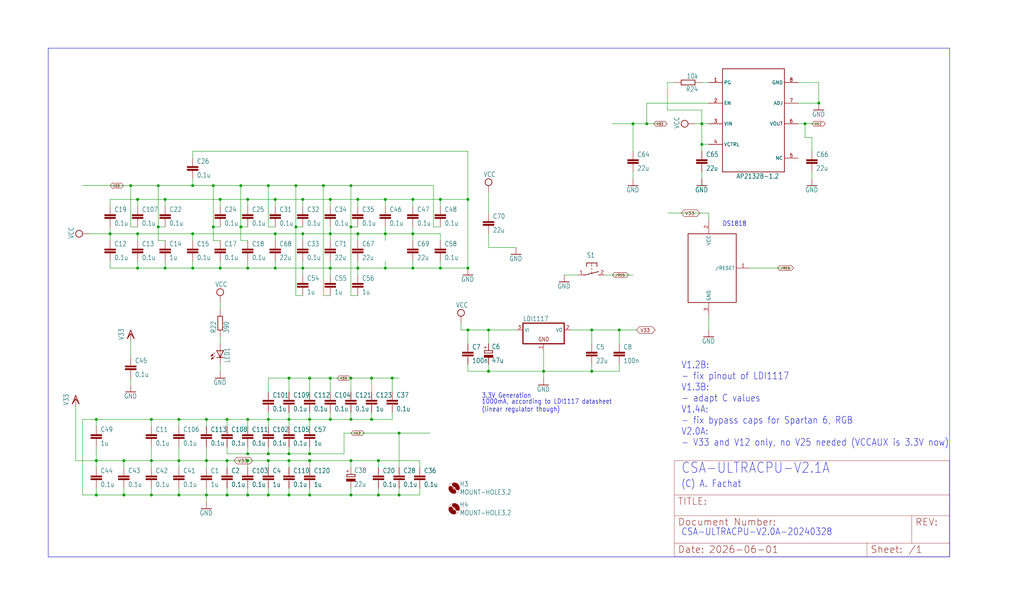
<source format=kicad_sch>
(kicad_sch (version 20231120) (generator "eeschema") (generator_version "8.0")
  (paper "User" 378.003 226.212)
  (junction (at 302.26 38.1))
  (junction (at 55.88 182.88))
  (junction (at 91.44 170.18))
  (junction (at 147.32 160.02))
  (junction (at 129.54 83.82))
  (junction (at 139.7 170.18))
  (junction (at 180.34 137.16))
  (junction (at 101.6 73.66))
  (junction (at 139.7 182.88))
  (junction (at 114.3 154.94))
  (junction (at 200.66 137.16))
  (junction (at 109.22 68.58))
  (junction (at 99.06 154.94))
  (junction (at 109.22 83.82))
  (junction (at 142.24 86.36))
  (junction (at 162.56 99.06))
  (junction (at 114.3 182.88))
  (junction (at 180.34 121.92))
  (junction (at 66.04 182.88))
  (junction (at 45.72 170.18))
  (junction (at 132.08 73.66))
  (junction (at 40.64 86.36))
  (junction (at 114.3 167.64))
  (junction (at 48.26 68.58))
  (junction (at 50.8 99.06))
  (junction (at 71.12 68.58))
  (junction (at 91.44 154.94))
  (junction (at 76.2 154.94))
  (junction (at 114.3 139.7))
  (junction (at 111.76 86.36))
  (junction (at 83.82 182.88))
  (junction (at 60.96 73.66))
  (junction (at 259.08 45.72))
  (junction (at 152.4 73.66))
  (junction (at 83.82 170.18))
  (junction (at 35.56 182.88))
  (junction (at 60.96 99.06))
  (junction (at 66.04 154.94))
  (junction (at 238.76 45.72))
  (junction (at 99.06 167.64))
  (junction (at 81.28 99.06))
  (junction (at 172.72 121.92))
  (junction (at 99.06 68.58))
  (junction (at 71.12 86.36))
  (junction (at 106.68 139.7))
  (junction (at 152.4 99.06))
  (junction (at 132.08 86.36))
  (junction (at 233.68 45.72))
  (junction (at 129.54 68.58))
  (junction (at 106.68 154.94))
  (junction (at 121.92 139.7))
  (junction (at 147.32 182.88))
  (junction (at 172.72 99.06))
  (junction (at 162.56 73.66))
  (junction (at 114.3 170.18))
  (junction (at 111.76 73.66))
  (junction (at 88.9 68.58))
  (junction (at 129.54 170.18))
  (junction (at 132.08 99.06))
  (junction (at 106.68 167.64))
  (junction (at 55.88 170.18))
  (junction (at 99.06 170.18))
  (junction (at 58.42 83.82))
  (junction (at 55.88 154.94))
  (junction (at 129.54 154.94))
  (junction (at 218.44 121.92))
  (junction (at 101.6 99.06))
  (junction (at 78.74 68.58))
  (junction (at 88.9 83.82))
  (junction (at 50.8 86.36))
  (junction (at 121.92 99.06))
  (junction (at 142.24 73.66))
  (junction (at 81.28 73.66))
  (junction (at 129.54 182.88))
  (junction (at 129.54 139.7))
  (junction (at 76.2 170.18))
  (junction (at 91.44 182.88))
  (junction (at 218.44 137.16))
  (junction (at 91.44 167.64))
  (junction (at 83.82 154.94))
  (junction (at 91.44 99.06))
  (junction (at 121.92 154.94))
  (junction (at 137.16 154.94))
  (junction (at 91.44 73.66))
  (junction (at 66.04 170.18))
  (junction (at 121.92 86.36))
  (junction (at 228.6 121.92))
  (junction (at 152.4 86.36))
  (junction (at 121.92 73.66))
  (junction (at 142.24 99.06))
  (junction (at 137.16 139.7))
  (junction (at 106.68 170.18))
  (junction (at 144.78 139.7))
  (junction (at 58.42 68.58))
  (junction (at 111.76 99.06))
  (junction (at 78.74 83.82))
  (junction (at 119.38 68.58))
  (junction (at 259.08 53.34))
  (junction (at 172.72 73.66))
  (junction (at 35.56 154.94))
  (junction (at 45.72 182.88))
  (junction (at 99.06 182.88))
  (junction (at 106.68 182.88))
  (junction (at 101.6 86.36))
  (junction (at 297.18 45.72))
  (junction (at 71.12 99.06))
  (junction (at 35.56 170.18))
  (junction (at 76.2 182.88))
  (junction (at 50.8 73.66))
  (wire (pts (xy 294.64 45.72) (xy 297.18 45.72)) (stroke (width 0.1524)))
  (wire (pts (xy 35.56 154.94) (xy 55.88 154.94)) (stroke (width 0.1524)))
  (wire (pts (xy 78.74 88.9) (xy 78.74 83.82)) (stroke (width 0.1524)))
  (wire (pts (xy 132.08 96.52) (xy 132.08 99.06)) (stroke (width 0.1524)))
  (wire (pts (xy 208.28 101.6) (xy 213.36 101.6)) (stroke (width 0.1524)))
  (wire (pts (xy 114.3 167.64) (xy 127 167.64)) (stroke (width 0.1524)))
  (wire (pts (xy 83.82 167.64) (xy 91.44 167.64)) (stroke (width 0.1524)))
  (wire (pts (xy 30.48 68.58) (xy 48.26 68.58)) (stroke (width 0.1524)))
  (wire (pts (xy 109.22 109.22) (xy 109.22 83.82)) (stroke (width 0.1524)))
  (wire (pts (xy 91.44 172.72) (xy 91.44 170.18)) (stroke (width 0.1524)))
  (wire (pts (xy 101.6 76.2) (xy 101.6 73.66)) (stroke (width 0.1524)))
  (wire (pts (xy 147.32 160.02) (xy 158.75 160.02)) (stroke (width 0.1524)))
  (wire (pts (xy 142.24 96.52) (xy 142.24 99.06)) (stroke (width 0.1524)))
  (wire (pts (xy 180.34 137.16) (xy 172.72 137.16)) (stroke (width 0.1524)))
  (wire (pts (xy 142.24 99.06) (xy 152.4 99.06)) (stroke (width 0.1524)))
  (wire (pts (xy 66.04 182.88) (xy 66.04 180.34)) (stroke (width 0.1524)))
  (wire (pts (xy 259.08 66.04) (xy 259.08 63.5)) (stroke (width 0.1524)))
  (wire (pts (xy 190.5 121.92) (xy 180.34 121.92)) (stroke (width 0.1524)))
  (wire (pts (xy 81.28 99.06) (xy 91.44 99.06)) (stroke (width 0.1524)))
  (wire (pts (xy 101.6 86.36) (xy 111.76 86.36)) (stroke (width 0.1524)))
  (wire (pts (xy 152.4 76.2) (xy 152.4 73.66)) (stroke (width 0.1524)))
  (wire (pts (xy 142.24 86.36) (xy 142.24 83.82)) (stroke (width 0.1524)))
  (wire (pts (xy 261.62 53.34) (xy 259.08 53.34)) (stroke (width 0.1524)))
  (wire (pts (xy 106.68 180.34) (xy 106.68 182.88)) (stroke (width 0.1524)))
  (wire (pts (xy 121.92 86.36) (xy 132.08 86.36)) (stroke (width 0.1524)))
  (wire (pts (xy 238.76 38.1) (xy 238.76 45.72)) (stroke (width 0.1524)))
  (wire (pts (xy 76.2 182.88) (xy 66.04 182.88)) (stroke (width 0.1524)))
  (wire (pts (xy 91.44 76.2) (xy 91.44 73.66)) (stroke (width 0.1524)))
  (wire (pts (xy 91.44 99.06) (xy 101.6 99.06)) (stroke (width 0.1524)))
  (wire (pts (xy 302.26 30.48) (xy 302.26 38.1)) (stroke (width 0.1524)))
  (wire (pts (xy 66.04 154.94) (xy 66.04 157.48)) (stroke (width 0.1524)))
  (wire (pts (xy 101.6 99.06) (xy 111.76 99.06)) (stroke (width 0.1524)))
  (wire (pts (xy 144.78 144.78) (xy 144.78 139.7)) (stroke (width 0.1524)))
  (wire (pts (xy 144.78 139.7) (xy 147.32 139.7)) (stroke (width 0.1524)))
  (wire (pts (xy 299.72 55.88) (xy 299.72 50.8)) (stroke (width 0.1524)))
  (wire (pts (xy 106.68 167.64) (xy 114.3 167.64)) (stroke (width 0.1524)))
  (wire (pts (xy 152.4 88.9) (xy 152.4 86.36)) (stroke (width 0.1524)))
  (wire (pts (xy 127 160.02) (xy 147.32 160.02)) (stroke (width 0.1524)))
  (wire (pts (xy 238.76 45.72) (xy 243.84 45.72)) (stroke (width 0.1524)))
  (wire (pts (xy 81.28 88.9) (xy 78.74 88.9)) (stroke (width 0.1524)))
  (wire (pts (xy 142.24 86.36) (xy 152.4 86.36)) (stroke (width 0.1524)))
  (wire (pts (xy 76.2 154.94) (xy 76.2 157.48)) (stroke (width 0.1524)))
  (wire (pts (xy 30.48 154.94) (xy 30.48 182.88)) (stroke (width 0.1524)))
  (wire (pts (xy 48.26 68.58) (xy 58.42 68.58)) (stroke (width 0.1524)))
  (wire (pts (xy 142.24 88.9) (xy 142.24 86.36)) (stroke (width 0.1524)))
  (wire (pts (xy 40.64 99.06) (xy 50.8 99.06)) (stroke (width 0.1524)))
  (wire (pts (xy 132.08 73.66) (xy 142.24 73.66)) (stroke (width 0.1524)))
  (wire (pts (xy 76.2 154.94) (xy 83.82 154.94)) (stroke (width 0.1524)))
  (wire (pts (xy 99.06 139.7) (xy 106.68 139.7)) (stroke (width 0.1524)))
  (wire (pts (xy 129.54 154.94) (xy 129.54 152.4)) (stroke (width 0.1524)))
  (wire (pts (xy 121.92 88.9) (xy 121.92 86.36)) (stroke (width 0.1524)))
  (wire (pts (xy 162.56 83.82) (xy 160.02 83.82)) (stroke (width 0.1524)))
  (wire (pts (xy 106.68 139.7) (xy 114.3 139.7)) (stroke (width 0.1524)))
  (wire (pts (xy 180.34 91.44) (xy 180.34 86.36)) (stroke (width 0.1524)))
  (wire (pts (xy 50.8 99.06) (xy 60.96 99.06)) (stroke (width 0.1524)))
  (wire (pts (xy 71.12 55.88) (xy 172.72 55.88)) (stroke (width 0.1524)))
  (wire (pts (xy 76.2 172.72) (xy 76.2 170.18)) (stroke (width 0.1524)))
  (wire (pts (xy 101.6 96.52) (xy 101.6 99.06)) (stroke (width 0.1524)))
  (wire (pts (xy 91.44 73.66) (xy 101.6 73.66)) (stroke (width 0.1524)))
  (wire (pts (xy 121.92 109.22) (xy 119.38 109.22)) (stroke (width 0.1524)))
  (wire (pts (xy 129.54 170.18) (xy 139.7 170.18)) (stroke (width 0.1524)))
  (wire (pts (xy 66.04 182.88) (xy 55.88 182.88)) (stroke (width 0.1524)))
  (wire (pts (xy 152.4 99.06) (xy 152.4 96.52)) (stroke (width 0.1524)))
  (wire (pts (xy 228.6 137.16) (xy 228.6 134.62)) (stroke (width 0.1524)))
  (wire (pts (xy 83.82 165.1) (xy 83.82 167.64)) (stroke (width 0.1524)))
  (wire (pts (xy 106.68 182.88) (xy 114.3 182.88)) (stroke (width 0.1524)))
  (wire (pts (xy 35.56 154.94) (xy 30.48 154.94)) (stroke (width 0.1524)))
  (wire (pts (xy 91.44 167.64) (xy 91.44 165.1)) (stroke (width 0.1524)))
  (wire (pts (xy 147.32 160.02) (xy 147.32 172.72)))
  (wire (pts (xy 228.6 127) (xy 228.6 121.92)) (stroke (width 0.1524)))
  (wire (pts (xy 246.38 78.74) (xy 261.62 78.74)) (stroke (width 0.1524)))
  (wire (pts (xy 101.6 83.82) (xy 99.06 83.82)) (stroke (width 0.1524)))
  (wire (pts (xy 294.64 30.48) (xy 302.26 30.48)) (stroke (width 0.1524)))
  (wire (pts (xy 152.4 86.36) (xy 152.4 83.82)) (stroke (width 0.1524)))
  (wire (pts (xy 137.16 154.94) (xy 144.78 154.94)) (stroke (width 0.1524)))
  (wire (pts (xy 55.88 172.72) (xy 55.88 170.18)) (stroke (width 0.1524)))
  (wire (pts (xy 121.92 86.36) (xy 121.92 83.82)) (stroke (width 0.1524)))
  (wire (pts (xy 88.9 88.9) (xy 88.9 83.82)) (stroke (width 0.1524)))
  (wire (pts (xy 71.12 86.36) (xy 71.12 88.9)) (stroke (width 0.1524)))
  (wire (pts (xy 60.96 76.2) (xy 60.96 73.66)) (stroke (width 0.1524)))
  (wire (pts (xy 99.06 154.94) (xy 99.06 157.48)) (stroke (width 0.1524)))
  (wire (pts (xy 261.62 78.74) (xy 261.62 81.28)) (stroke (width 0.1524)))
  (wire (pts (xy 261.62 121.92) (xy 261.62 116.84)) (stroke (width 0.1524)))
  (wire (pts (xy 106.68 144.78) (xy 106.68 139.7)) (stroke (width 0.1524)))
  (wire (pts (xy 45.72 170.18) (xy 45.72 172.72)) (stroke (width 0.1524)))
  (wire (pts (xy 297.18 45.72) (xy 302.26 45.72)) (stroke (width 0.1524)))
  (wire (pts (xy 99.06 167.64) (xy 106.68 167.64)) (stroke (width 0.1524)))
  (wire (pts (xy 132.08 88.9) (xy 132.08 86.36)) (stroke (width 0.1524)))
  (wire (pts (xy 210.82 121.92) (xy 218.44 121.92)) (stroke (width 0.1524)))
  (wire (pts (xy 58.42 83.82) (xy 58.42 68.58)) (stroke (width 0.1524)))
  (wire (pts (xy 172.72 137.16) (xy 172.72 134.62)) (stroke (width 0.1524)))
  (wire (pts (xy 81.28 73.66) (xy 91.44 73.66)) (stroke (width 0.1524)))
  (wire (pts (xy 40.64 96.52) (xy 40.64 99.06)) (stroke (width 0.1524)))
  (wire (pts (xy 50.8 76.2) (xy 50.8 73.66)) (stroke (width 0.1524)))
  (wire (pts (xy 40.64 86.36) (xy 40.64 83.82)) (stroke (width 0.1524)))
  (wire (pts (xy 99.06 68.58) (xy 109.22 68.58)) (stroke (width 0.1524)))
  (wire (pts (xy 200.66 137.16) (xy 200.66 139.7)) (stroke (width 0.1524)))
  (wire (pts (xy 50.8 73.66) (xy 40.64 73.66)) (stroke (width 0.1524)))
  (wire (pts (xy 180.34 134.62) (xy 180.34 137.16)) (stroke (width 0.1524)))
  (wire (pts (xy 111.76 99.06) (xy 121.92 99.06)) (stroke (width 0.1524)))
  (wire (pts (xy 71.12 99.06) (xy 81.28 99.06)) (stroke (width 0.1524)))
  (wire (pts (xy 76.2 185.42) (xy 76.2 182.88)) (stroke (width 0.1524)))
  (wire (pts (xy 99.06 170.18) (xy 106.68 170.18)) (stroke (width 0.1524)))
  (wire (pts (xy 60.96 88.9) (xy 58.42 88.9)) (stroke (width 0.1524)))
  (wire (pts (xy 106.68 154.94) (xy 114.3 154.94)) (stroke (width 0.1524)))
  (wire (pts (xy 132.08 101.6) (xy 132.08 99.06)) (stroke (width 0.1524)))
  (wire (pts (xy 66.04 170.18) (xy 66.04 172.72)) (stroke (width 0.1524)))
  (wire (pts (xy 137.16 139.7) (xy 144.78 139.7)) (stroke (width 0.1524)))
  (wire (pts (xy 91.44 182.88) (xy 83.82 182.88)) (stroke (width 0.1524)))
  (wire (pts (xy 35.56 170.18) (xy 35.56 165.1)) (stroke (width 0.1524)))
  (wire (pts (xy 172.72 127) (xy 172.72 121.92)) (stroke (width 0.1524)))
  (wire (pts (xy 121.92 73.66) (xy 132.08 73.66)) (stroke (width 0.1524)))
  (wire (pts (xy 200.66 129.54) (xy 200.66 137.16)) (stroke (width 0.1524)))
  (wire (pts (xy 71.12 96.52) (xy 71.12 99.06)) (stroke (width 0.1524)))
  (wire (pts (xy 111.76 73.66) (xy 121.92 73.66)) (stroke (width 0.1524)))
  (wire (pts (xy 91.44 167.64) (xy 99.06 167.64)) (stroke (width 0.1524)))
  (wire (pts (xy 139.7 182.88) (xy 139.7 180.34)) (stroke (width 0.1524)))
  (wire (pts (xy 190.5 91.44) (xy 180.34 91.44)) (stroke (width 0.1524)))
  (wire (pts (xy 299.72 66.04) (xy 299.72 63.5)) (stroke (width 0.1524)))
  (wire (pts (xy 81.28 137.16) (xy 81.28 134.62)) (stroke (width 0.1524)))
  (wire (pts (xy 114.3 170.18) (xy 129.54 170.18)) (stroke (width 0.1524)))
  (wire (pts (xy 147.32 182.88) (xy 147.32 180.34)) (stroke (width 0.1524)))
  (wire (pts (xy 172.72 73.66) (xy 172.72 99.06)) (stroke (width 0.1524)))
  (wire (pts (xy 132.08 99.06) (xy 142.24 99.06)) (stroke (width 0.1524)))
  (wire (pts (xy 106.68 172.72) (xy 106.68 170.18)) (stroke (width 0.1524)))
  (wire (pts (xy 129.54 139.7) (xy 137.16 139.7)) (stroke (width 0.1524)))
  (wire (pts (xy 88.9 83.82) (xy 88.9 68.58)) (stroke (width 0.1524)))
  (wire (pts (xy 259.08 53.34) (xy 259.08 45.72)) (stroke (width 0.1524)))
  (wire (pts (xy 78.74 68.58) (xy 88.9 68.58)) (stroke (width 0.1524)))
  (wire (pts (xy 50.8 86.36) (xy 71.12 86.36)) (stroke (width 0.1524)))
  (wire (pts (xy 172.72 55.88) (xy 172.72 73.66)) (stroke (width 0.1524)))
  (wire (pts (xy 91.44 83.82) (xy 88.9 83.82)) (stroke (width 0.1524)))
  (wire (pts (xy 45.72 182.88) (xy 35.56 182.88)) (stroke (width 0.1524)))
  (wire (pts (xy 55.88 165.1) (xy 55.88 170.18)) (stroke (width 0.1524)))
  (wire (pts (xy 83.82 170.18) (xy 91.44 170.18)) (stroke (width 0.1524)))
  (wire (pts (xy 144.78 154.94) (xy 144.78 152.4)) (stroke (width 0.1524)))
  (wire (pts (xy 218.44 121.92) (xy 218.44 127)) (stroke (width 0.1524)))
  (wire (pts (xy 81.28 83.82) (xy 78.74 83.82)) (stroke (width 0.1524)))
  (wire (pts (xy 33.02 86.36) (xy 40.64 86.36)) (stroke (width 0.1524)))
  (polyline (pts (xy 17.78 205.74) (xy 350.52 205.74)) (stroke (width 0.1524) (type solid)))
  (wire (pts (xy 48.26 142.24) (xy 48.26 139.7)) (stroke (width 0.1524)))
  (wire (pts (xy 299.72 50.8) (xy 297.18 50.8)) (stroke (width 0.1524)))
  (wire (pts (xy 55.88 154.94) (xy 66.04 154.94)) (stroke (width 0.1524)))
  (wire (pts (xy 114.3 165.1) (xy 114.3 167.64)) (stroke (width 0.1524)))
  (wire (pts (xy 30.48 182.88) (xy 35.56 182.88)) (stroke (width 0.1524)))
  (wire (pts (xy 276.86 99.06) (xy 292.1 99.06)) (stroke (width 0.1524)))
  (wire (pts (xy 223.52 101.6) (xy 233.68 101.6)) (stroke (width 0.1524)))
  (wire (pts (xy 106.68 165.1) (xy 106.68 167.64)) (stroke (width 0.1524)))
  (wire (pts (xy 111.76 86.36) (xy 121.92 86.36)) (stroke (width 0.1524)))
  (wire (pts (xy 50.8 96.52) (xy 50.8 99.06)) (stroke (width 0.1524)))
  (wire (pts (xy 109.22 83.82) (xy 109.22 68.58)) (stroke (width 0.1524)))
  (wire (pts (xy 27.94 170.18) (xy 27.94 149.86)) (stroke (width 0.1524)))
  (wire (pts (xy 91.44 154.94) (xy 91.44 157.48)) (stroke (width 0.1524)))
  (wire (pts (xy 91.44 170.18) (xy 99.06 170.18)) (stroke (width 0.1524)))
  (wire (pts (xy 40.64 73.66) (xy 40.64 76.2)) (stroke (width 0.1524)))
  (wire (pts (xy 114.3 144.78) (xy 114.3 139.7)) (stroke (width 0.1524)))
  (wire (pts (xy 114.3 139.7) (xy 121.92 139.7)) (stroke (width 0.1524)))
  (wire (pts (xy 154.94 170.18) (xy 154.94 172.72)) (stroke (width 0.1524)))
  (wire (pts (xy 142.24 73.66) (xy 152.4 73.66)) (stroke (width 0.1524)))
  (wire (pts (xy 50.8 73.66) (xy 60.96 73.66)) (stroke (width 0.1524)))
  (wire (pts (xy 60.96 73.66) (xy 81.28 73.66)) (stroke (width 0.1524)))
  (wire (pts (xy 132.08 109.22) (xy 129.54 109.22)) (stroke (width 0.1524)))
  (wire (pts (xy 114.3 154.94) (xy 114.3 157.48)) (stroke (width 0.1524)))
  (wire (pts (xy 35.56 172.72) (xy 35.56 170.18)) (stroke (width 0.1524)))
  (wire (pts (xy 170.18 121.92) (xy 170.18 119.38)) (stroke (width 0.1524)))
  (wire (pts (xy 226.06 45.72) (xy 233.68 45.72)) (stroke (width 0.1524)))
  (wire (pts (xy 233.68 66.04) (xy 233.68 63.5)) (stroke (width 0.1524)))
  (wire (pts (xy 35.56 157.48) (xy 35.56 154.94)) (stroke (width 0.1524)))
  (wire (pts (xy 99.06 144.78) (xy 99.06 139.7)) (stroke (width 0.1524)))
  (wire (pts (xy 172.72 121.92) (xy 170.18 121.92)) (stroke (width 0.1524)))
  (wire (pts (xy 129.54 109.22) (xy 129.54 83.82)) (stroke (width 0.1524)))
  (wire (pts (xy 162.56 76.2) (xy 162.56 73.66)) (stroke (width 0.1524)))
  (wire (pts (xy 40.64 86.36) (xy 50.8 86.36)) (stroke (width 0.1524)))
  (wire (pts (xy 152.4 86.36) (xy 162.56 86.36)) (stroke (width 0.1524)))
  (wire (pts (xy 259.08 45.72) (xy 259.08 40.64)) (stroke (width 0.1524)))
  (polyline (pts (xy 17.78 17.78) (xy 17.78 205.74)) (stroke (width 0.1524) (type solid)))
  (wire (pts (xy 48.26 125.73) (xy 48.26 127)))
  (wire (pts (xy 45.72 170.18) (xy 35.56 170.18)) (stroke (width 0.1524)))
  (wire (pts (xy 81.28 127) (xy 81.28 124.46)) (stroke (width 0.1524)))
  (wire (pts (xy 35.56 170.18) (xy 27.94 170.18)) (stroke (width 0.1524)))
  (wire (pts (xy 66.04 154.94) (xy 76.2 154.94)) (stroke (width 0.1524)))
  (wire (pts (xy 83.82 172.72) (xy 83.82 170.18)) (stroke (width 0.1524)))
  (wire (pts (xy 114.3 182.88) (xy 129.54 182.88)) (stroke (width 0.1524)))
  (wire (pts (xy 259.08 45.72) (xy 261.62 45.72)) (stroke (width 0.1524)))
  (wire (pts (xy 81.28 114.3) (xy 81.28 111.76)) (stroke (width 0.1524)))
  (wire (pts (xy 55.88 182.88) (xy 45.72 182.88)) (stroke (width 0.1524)))
  (wire (pts (xy 83.82 154.94) (xy 91.44 154.94)) (stroke (width 0.1524)))
  (wire (pts (xy 48.26 83.82) (xy 48.26 68.58)) (stroke (width 0.1524)))
  (wire (pts (xy 152.4 73.66) (xy 162.56 73.66)) (stroke (width 0.1524)))
  (wire (pts (xy 60.96 83.82) (xy 58.42 83.82)) (stroke (width 0.1524)))
  (wire (pts (xy 137.16 154.94) (xy 137.16 152.4)) (stroke (width 0.1524)))
  (wire (pts (xy 78.74 83.82) (xy 78.74 68.58)) (stroke (width 0.1524)))
  (polyline (pts (xy 350.52 205.74) (xy 350.52 17.78)) (stroke (width 0.1524) (type solid)))
  (wire (pts (xy 45.72 182.88) (xy 45.72 180.34)) (stroke (width 0.1524)))
  (wire (pts (xy 71.12 58.42) (xy 71.12 55.88)) (stroke (width 0.1524)))
  (wire (pts (xy 127 167.64) (xy 127 160.02)) (stroke (width 0.1524)))
  (wire (pts (xy 129.54 182.88) (xy 129.54 180.34)) (stroke (width 0.1524)))
  (wire (pts (xy 119.38 68.58) (xy 129.54 68.58)) (stroke (width 0.1524)))
  (wire (pts (xy 50.8 83.82) (xy 48.26 83.82)) (stroke (width 0.1524)))
  (wire (pts (xy 121.92 144.78) (xy 121.92 139.7)) (stroke (width 0.1524)))
  (wire (pts (xy 83.82 182.88) (xy 76.2 182.88)) (stroke (width 0.1524)))
  (wire (pts (xy 76.2 165.1) (xy 76.2 170.18)) (stroke (width 0.1524)))
  (polyline (pts (xy 350.52 17.78) (xy 17.78 17.78)) (stroke (width 0.1524) (type solid)))
  (wire (pts (xy 218.44 137.16) (xy 218.44 134.62)) (stroke (width 0.1524)))
  (wire (pts (xy 129.54 144.78) (xy 129.54 139.7)) (stroke (width 0.1524)))
  (wire (pts (xy 111.76 109.22) (xy 109.22 109.22)) (stroke (width 0.1524)))
  (wire (pts (xy 114.3 180.34) (xy 114.3 182.88)) (stroke (width 0.1524)))
  (wire (pts (xy 81.28 96.52) (xy 81.28 99.06)) (stroke (width 0.1524)))
  (wire (pts (xy 121.92 154.94) (xy 129.54 154.94)) (stroke (width 0.1524)))
  (wire (pts (xy 160.02 83.82) (xy 160.02 68.58)) (stroke (width 0.1524)))
  (wire (pts (xy 109.22 68.58) (xy 119.38 68.58)) (stroke (width 0.1524)))
  (wire (pts (xy 246.38 30.48) (xy 248.92 30.48)) (stroke (width 0.1524)))
  (wire (pts (xy 60.96 99.06) (xy 71.12 99.06)) (stroke (width 0.1524)))
  (wire (pts (xy 121.92 101.6) (xy 121.92 99.06)) (stroke (width 0.1524)))
  (wire (pts (xy 91.44 154.94) (xy 99.06 154.94)) (stroke (width 0.1524)))
  (wire (pts (xy 58.42 68.58) (xy 71.12 68.58)) (stroke (width 0.1524)))
  (wire (pts (xy 180.34 121.92) (xy 172.72 121.92)) (stroke (width 0.1524)))
  (wire (pts (xy 228.6 121.92) (xy 234.95 121.92)) (stroke (width 0.1524)))
  (wire (pts (xy 294.64 38.1) (xy 302.26 38.1)) (stroke (width 0.1524)))
  (wire (pts (xy 83.82 154.94) (xy 83.82 157.48)) (stroke (width 0.1524)))
  (wire (pts (xy 76.2 170.18) (xy 83.82 170.18)) (stroke (width 0.1524)))
  (wire (pts (xy 114.3 154.94) (xy 114.3 152.4)) (stroke (width 0.1524)))
  (wire (pts (xy 180.34 121.92) (xy 180.34 127)) (stroke (width 0.1524)))
  (wire (pts (xy 99.06 182.88) (xy 106.68 182.88)) (stroke (width 0.1524)))
  (wire (pts (xy 55.88 154.94) (xy 55.88 157.48)) (stroke (width 0.1524)))
  (wire (pts (xy 259.08 40.64) (xy 246.38 40.64)) (stroke (width 0.1524)))
  (wire (pts (xy 106.68 154.94) (xy 106.68 157.48)) (stroke (width 0.1524)))
  (wire (pts (xy 261.62 38.1) (xy 238.76 38.1)) (stroke (width 0.1524)))
  (wire (pts (xy 91.44 180.34) (xy 91.44 182.88)) (stroke (width 0.1524)))
  (wire (pts (xy 91.44 96.52) (xy 91.44 99.06)) (stroke (width 0.1524)))
  (wire (pts (xy 154.94 182.88) (xy 154.94 180.34)) (stroke (width 0.1524)))
  (wire (pts (xy 66.04 170.18) (xy 55.88 170.18)) (stroke (width 0.1524)))
  (wire (pts (xy 121.92 76.2) (xy 121.92 73.66)) (stroke (width 0.1524)))
  (wire (pts (xy 99.06 172.72) (xy 99.06 170.18)) (stroke (width 0.1524)))
  (wire (pts (xy 129.54 83.82) (xy 129.54 68.58)) (stroke (width 0.1524)))
  (wire (pts (xy 99.06 154.94) (xy 99.06 152.4)) (stroke (width 0.1524)))
  (wire (pts (xy 297.18 50.8) (xy 297.18 45.72)) (stroke (width 0.1524)))
  (wire (pts (xy 55.88 170.18) (xy 45.72 170.18)) (stroke (width 0.1524)))
  (wire (pts (xy 259.08 55.88) (xy 259.08 53.34)) (stroke (width 0.1524)))
  (wire (pts (xy 121.92 96.52) (xy 121.92 99.06)) (stroke (width 0.1524)))
  (wire (pts (xy 132.08 76.2) (xy 132.08 73.66)) (stroke (width 0.1524)))
  (wire (pts (xy 218.44 137.16) (xy 228.6 137.16)) (stroke (width 0.1524)))
  (wire (pts (xy 129.54 170.18) (xy 129.54 172.72)) (stroke (width 0.1524)))
  (wire (pts (xy 162.56 99.06) (xy 172.72 99.06)) (stroke (width 0.1524)))
  (wire (pts (xy 152.4 99.06) (xy 162.56 99.06)) (stroke (width 0.1524)))
  (wire (pts (xy 99.06 83.82) (xy 99.06 68.58)) (stroke (width 0.1524)))
  (wire (pts (xy 121.92 99.06) (xy 132.08 99.06)) (stroke (width 0.1524)))
  (wire (pts (xy 81.28 76.2) (xy 81.28 73.66)) (stroke (width 0.1524)))
  (wire (pts (xy 132.08 83.82) (xy 129.54 83.82)) (stroke (width 0.1524)))
  (wire (pts (xy 139.7 170.18) (xy 154.94 170.18)) (stroke (width 0.1524)))
  (wire (pts (xy 35.56 180.34) (xy 35.56 182.88)) (stroke (width 0.1524)))
  (wire (pts (xy 132.08 86.36) (xy 142.24 86.36)) (stroke (width 0.1524)))
  (wire (pts (xy 139.7 182.88) (xy 147.32 182.88)) (stroke (width 0.1524)))
  (wire (pts (xy 99.06 180.34) (xy 99.06 182.88)) (stroke (width 0.1524)))
  (wire (pts (xy 121.92 154.94) (xy 121.92 152.4)) (stroke (width 0.1524)))
  (wire (pts (xy 60.96 96.52) (xy 60.96 99.06)) (stroke (width 0.1524)))
  (wire (pts (xy 76.2 182.88) (xy 76.2 180.34)) (stroke (width 0.1524)))
  (wire (pts (xy 114.3 154.94) (xy 121.92 154.94)) (stroke (width 0.1524)))
  (wire (pts (xy 218.44 121.92) (xy 228.6 121.92)) (stroke (width 0.1524)))
  (wire (pts (xy 114.3 172.72) (xy 114.3 170.18)) (stroke (width 0.1524)))
  (wire (pts (xy 99.06 154.94) (xy 106.68 154.94)) (stroke (width 0.1524)))
  (wire (pts (xy 40.64 88.9) (xy 40.64 86.36)) (stroke (width 0.1524)))
  (wire (pts (xy 233.68 55.88) (xy 233.68 45.72)) (stroke (width 0.1524)))
  (wire (pts (xy 139.7 172.72) (xy 139.7 170.18)) (stroke (width 0.1524)))
  (wire (pts (xy 76.2 170.18) (xy 66.04 170.18)) (stroke (width 0.1524)))
  (wire (pts (xy 246.38 40.64) (xy 246.38 30.48)) (stroke (width 0.1524)))
  (wire (pts (xy 58.42 88.9) (xy 58.42 83.82)) (stroke (width 0.1524)))
  (wire (pts (xy 111.76 76.2) (xy 111.76 73.66)) (stroke (width 0.1524)))
  (wire (pts (xy 88.9 68.58) (xy 99.06 68.58)) (stroke (width 0.1524)))
  (wire (pts (xy 83.82 180.34) (xy 83.82 182.88)) (stroke (width 0.1524)))
  (wire (pts (xy 106.68 154.94) (xy 106.68 152.4)) (stroke (width 0.1524)))
  (wire (pts (xy 71.12 86.36) (xy 101.6 86.36)) (stroke (width 0.1524)))
  (wire (pts (xy 147.32 182.88) (xy 154.94 182.88)) (stroke (width 0.1524)))
  (wire (pts (xy 48.26 132.08) (xy 48.26 127)) (stroke (width 0.1524)))
  (wire (pts (xy 142.24 76.2) (xy 142.24 73.66)) (stroke (width 0.1524)))
  (wire (pts (xy 200.66 137.16) (xy 218.44 137.16)) (stroke (width 0.1524)))
  (wire (pts (xy 259.08 30.48) (xy 261.62 30.48)) (stroke (width 0.1524)))
  (wire (pts (xy 111.76 96.52) (xy 111.76 99.06)) (stroke (width 0.1524)))
  (wire (pts (xy 119.38 109.22) (xy 119.38 68.58)) (stroke (width 0.1524)))
  (wire (pts (xy 129.54 182.88) (xy 139.7 182.88)) (stroke (width 0.1524)))
  (wire (pts (xy 106.68 170.18) (xy 114.3 170.18)) (stroke (width 0.1524)))
  (wire (pts (xy 101.6 73.66) (xy 111.76 73.66)) (stroke (width 0.1524)))
  (wire (pts (xy 129.54 154.94) (xy 137.16 154.94)) (stroke (width 0.1524)))
  (wire (pts (xy 180.34 137.16) (xy 200.66 137.16)) (stroke (width 0.1524)))
  (wire (pts (xy 101.6 86.36) (xy 101.6 88.9)) (stroke (width 0.1524)))
  (wire (pts (xy 111.76 101.6) (xy 111.76 99.06)) (stroke (width 0.1524)))
  (wire (pts (xy 111.76 83.82) (xy 109.22 83.82)) (stroke (width 0.1524)))
  (wire (pts (xy 180.34 78.74) (xy 180.34 71.12)) (stroke (width 0.1524)))
  (wire (pts (xy 162.56 73.66) (xy 172.72 73.66)) (stroke (width 0.1524)))
  (wire (pts (xy 233.68 45.72) (xy 238.76 45.72)) (stroke (width 0.1524)))
  (wire (pts (xy 71.12 68.58) (xy 71.12 66.04)) (stroke (width 0.1524)))
  (wire (pts (xy 71.12 68.58) (xy 78.74 68.58)) (stroke (width 0.1524)))
  (wire (pts (xy 50.8 86.36) (xy 50.8 88.9)) (stroke (width 0.1524)))
  (wire (pts (xy 162.56 88.9) (xy 162.56 86.36)) (stroke (width 0.1524)))
  (wire (pts (xy 121.92 139.7) (xy 129.54 139.7)) (stroke (width 0.1524)))
  (wire (pts (xy 55.88 180.34) (xy 55.88 182.88)) (stroke (width 0.1524)))
  (wire (pts (xy 137.16 144.78) (xy 137.16 139.7)) (stroke (width 0.1524)))
  (wire (pts (xy 66.04 165.1) (xy 66.04 170.18)) (stroke (width 0.1524)))
  (wire (pts (xy 99.06 165.1) (xy 99.06 167.64)) (stroke (width 0.1524)))
  (wire (pts (xy 91.44 88.9) (xy 88.9 88.9)) (stroke (width 0.1524)))
  (wire (pts (xy 162.56 96.52) (xy 162.56 99.06)) (stroke (width 0.1524)))
  (wire (pts (xy 111.76 88.9) (xy 111.76 86.36)) (stroke (width 0.1524)))
  (wire (pts (xy 99.06 182.88) (xy 91.44 182.88)) (stroke (width 0.1524)))
  (wire (pts (xy 129.54 68.58) (xy 160.02 68.58)) (stroke (width 0.1524)))
  (wire (pts (xy 256.54 45.72) (xy 259.08 45.72)) (stroke (width 0.1524)))
  (text "DS1818" (at 266.7 83.82 0) (effects (font (size 1.778 1.5113)) (justify left bottom)))
  (text "(C) A. Fachat" (at 251.46 180.34 0) (effects (font (size 2.54 2.159)) (justify left bottom)))
  (text "CSA-ULTRACPU-V2.1A" (at 251.46 175.26 0) (effects (font (size 3.81 3.2385)) (justify left bottom)))
  (text "1000mA, according to LDI1117 datasheet\n(linear regulator though)" (at 177.8 152.4 0) (effects (font (size 1.778 1.5113)) (justify left bottom)))
  (text "CSA-ULTRACPU-V2.0A-20240328" (at 251.46 198.12 0) (effects (font (size 2.54 2.159)) (justify left bottom)))
  (text "3.3V Generation" (at 177.8 147.32 0) (effects (font (size 1.778 1.5113)) (justify left bottom)))
  (text "V1.2B:\n- fix pinout of LDI1117\nV1.3B:\n- adapt C values\nV1.4A:\n- fix bypass caps for Spartan 6, RGB\nV2.0A:\n- V33 and V12 only, no V25 needed (VCCAUX is 3.3V now)" (at 251.46 165.1 0) (effects (font (size 2.54 2.159)) (justify left bottom)))
  (global_label "V12" (shape bidirectional) (at 129.54 160.02 0) (effects (font (size 0.889 0.889))) (property "Intersheetrefs" "${INTERSHEET_REFS}" (effects (hide yes))))
  (global_label "V33" (shape bidirectional) (at 86.36 170.18 0) (effects (font (size 1.2446 1.2446))) (property "Intersheetrefs" "${INTERSHEET_REFS}" (effects (hide yes))))
  (global_label "V33" (shape bidirectional) (at 251.46 78.74 0) (effects (font (size 1.2446 1.2446))) (property "Intersheetrefs" "${INTERSHEET_REFS}" (effects (hide yes))))
  (global_label "V33" (shape bidirectional) (at 241.3 45.72 0) (effects (font (size 0.889 0.889))) (property "Intersheetrefs" "${INTERSHEET_REFS}" (effects (hide yes))))
  (global_label "V33" (shape bidirectional) (at 124.46 139.7 0) (effects (font (size 0.889 0.889))) (property "Intersheetrefs" "${INTERSHEET_REFS}" (effects (hide yes))))
  (global_label "/RES" (shape bidirectional) (at 226.06 101.6 0) (effects (font (size 0.889 0.889))) (property "Intersheetrefs" "${INTERSHEET_REFS}" (effects (hide yes))))
  (global_label "V33" (shape bidirectional) (at 234.95 121.92 0) (effects (font (size 1.2446 1.2446))) (property "Intersheetrefs" "${INTERSHEET_REFS}" (effects (hide yes))))
  (global_label "V12" (shape bidirectional) (at 299.72 45.72 0) (effects (font (size 0.889 0.889))) (property "Intersheetrefs" "${INTERSHEET_REFS}" (effects (hide yes))))
  (global_label "/RES" (shape bidirectional) (at 287.02 99.06 0) (effects (font (size 0.889 0.889))) (property "Intersheetrefs" "${INTERSHEET_REFS}" (effects (hide yes))))
  (global_label "V33" (shape bidirectional) (at 40.64 68.58 0) (effects (font (size 0.889 0.889))) (property "Intersheetrefs" "${INTERSHEET_REFS}" (effects (hide yes))))
  (symbol (lib_id "csa_ultracpu-eagle-import:C-EUC0603") (at 76.2 175.26 0) (unit 1)
    (property "Reference" "C1" (at 77.724 174.879 0) (effects (font (size 1.778 1.5113)) (justify left bottom)))
    (property "Value" "1u" (at 77.724 179.959 0) (effects (font (size 1.778 1.5113)) (justify left bottom)))
    (property "Footprint" "csa_ultracpu:C0603" (effects (hide yes)))
  )
  (symbol (lib_id "csa_ultracpu-eagle-import:C-EUC0603") (at 55.88 160.02 0) (unit 1)
    (property "Reference" "C11" (at 57.404 159.639 0) (effects (font (size 1.778 1.5113)) (justify left bottom)))
    (property "Value" "0.1u" (at 57.404 164.719 0) (effects (font (size 1.778 1.5113)) (justify left bottom)))
    (property "Footprint" "csa_ultracpu:C0603" (effects (hide yes)))
  )
  (symbol (lib_id "csa_ultracpu-eagle-import:C-EUC0603") (at 81.28 78.74 0) (unit 1)
    (property "Reference" "C24" (at 82.804 78.359 0) (effects (font (size 1.778 1.5113)) (justify left bottom)))
    (property "Value" "0.1u" (at 82.804 83.439 0) (effects (font (size 1.778 1.5113)) (justify left bottom)))
    (property "Footprint" "csa_ultracpu:C0603" (effects (hide yes)))
  )
  (symbol (lib_id "csa_ultracpu-eagle-import:DS1813") (at 259.08 96.52 0) (unit 1)
    (property "Reference" "DS1818" (effects (hide yes)))
    (property "Value" "DS1818" (effects (hide yes)))
    (property "Footprint" "csa_ultracpu:TO92" (effects (hide yes)))
  )
  (symbol (lib_id "csa_ultracpu-eagle-import:C-EUC0603") (at 106.68 147.32 0) (unit 1)
    (property "Reference" "C109" (at 108.204 146.939 0) (effects (font (size 1.778 1.5113)) (justify left bottom)))
    (property "Value" "0.1u" (at 108.204 152.019 0) (effects (font (size 1.778 1.5113)) (justify left bottom)))
    (property "Footprint" "csa_ultracpu:C0603" (effects (hide yes)))
  )
  (symbol (lib_id "csa_ultracpu-eagle-import:C-EUC0603") (at 147.32 175.26 0) (unit 1)
    (property "Reference" "C28" (at 148.844 174.879 0) (effects (font (size 1.778 1.5113)) (justify left bottom)))
    (property "Value" "0.1u" (at 148.844 179.959 0) (effects (font (size 1.778 1.5113)) (justify left bottom)))
    (property "Footprint" "csa_ultracpu:C0603" (effects (hide yes)))
  )
  (symbol (lib_id "csa_ultracpu-eagle-import:C-EUC0603") (at 45.72 175.26 0) (unit 1)
    (property "Reference" "C43" (at 47.244 174.879 0) (effects (font (size 1.778 1.5113)) (justify left bottom)))
    (property "Value" "0.1u" (at 47.244 179.959 0) (effects (font (size 1.778 1.5113)) (justify left bottom)))
    (property "Footprint" "csa_ultracpu:C0603" (effects (hide yes)))
  )
  (symbol (lib_id "csa_ultracpu-eagle-import:C-EUC0603") (at 91.44 78.74 0) (unit 1)
    (property "Reference" "C25" (at 92.964 78.359 0) (effects (font (size 1.778 1.5113)) (justify left bottom)))
    (property "Value" "0.1u" (at 92.964 83.439 0) (effects (font (size 1.778 1.5113)) (justify left bottom)))
    (property "Footprint" "csa_ultracpu:C0603" (effects (hide yes)))
  )
  (symbol (lib_id "csa_ultracpu-eagle-import:C-EUC0805") (at 132.08 91.44 0) (unit 1)
    (property "Reference" "C67" (at 133.604 91.059 0) (effects (font (size 1.778 1.5113)) (justify left bottom)))
    (property "Value" "22u" (at 133.604 96.139 0) (effects (font (size 1.778 1.5113)) (justify left bottom)))
    (property "Footprint" "csa_ultracpu:C0805" (effects (hide yes)))
  )
  (symbol (lib_id "csa_ultracpu-eagle-import:C-EUC0603") (at 76.2 160.02 0) (unit 1)
    (property "Reference" "C113" (at 77.724 159.639 0) (effects (font (size 1.778 1.5113)) (justify left bottom)))
    (property "Value" "0.1u" (at 77.724 164.719 0) (effects (font (size 1.778 1.5113)) (justify left bottom)))
    (property "Footprint" "csa_ultracpu:C0603" (effects (hide yes)))
  )
  (symbol (lib_id "csa_ultracpu-eagle-import:VCC") (at 81.28 109.22 0) (unit 1)
    (property "Reference" "#V021" (effects (hide yes)))
    (property "Value" "VCC" (at 79.375 106.045 0) (effects (font (size 1.778 1.5113)) (justify left bottom)))
  )
  (symbol (lib_id "csa_ultracpu-eagle-import:C-EUC0805") (at 299.72 58.42 0) (unit 1)
    (property "Reference" "C66" (at 301.244 58.039 0) (effects (font (size 1.778 1.5113)) (justify left bottom)))
    (property "Value" "22u" (at 301.244 63.119 0) (effects (font (size 1.778 1.5113)) (justify left bottom)))
    (property "Footprint" "csa_ultracpu:C0805" (effects (hide yes)))
  )
  (symbol (lib_id "csa_ultracpu-eagle-import:VDD") (at 27.94 147.32 0) (unit 1)
    (property "Reference" "#V07" (effects (hide yes)))
    (property "Value" "V33" (at 25.4 149.86 90) (effects (font (size 1.778 1.5113)) (justify left bottom)))
  )
  (symbol (lib_id "csa_ultracpu-eagle-import:GND") (at 48.26 144.78 0) (unit 1)
    (property "Reference" "#GND028" (effects (hide yes)))
    (property "Value" "GND" (at 45.72 147.32 0) (effects (font (size 1.778 1.5113)) (justify left bottom)))
  )
  (symbol (lib_id "csa_ultracpu-eagle-import:GND") (at 172.72 101.6 0) (unit 1)
    (property "Reference" "#GND025" (effects (hide yes)))
    (property "Value" "GND" (at 170.18 104.14 0) (effects (font (size 1.778 1.5113)) (justify left bottom)))
  )
  (symbol (lib_id "csa_ultracpu-eagle-import:C-EUC0603") (at 162.56 91.44 0) (unit 1)
    (property "Reference" "C58" (at 164.084 91.059 0) (effects (font (size 1.778 1.5113)) (justify left bottom)))
    (property "Value" "0.1u" (at 164.084 96.139 0) (effects (font (size 1.778 1.5113)) (justify left bottom)))
    (property "Footprint" "csa_ultracpu:C0603" (effects (hide yes)))
  )
  (symbol (lib_id "csa_ultracpu-eagle-import:MOUNT-HOLE3.2") (at 167.64 187.96 0) (unit 1)
    (property "Reference" "H4" (at 169.672 187.3758 0) (effects (font (size 1.778 1.5113)) (justify left bottom)))
    (property "Value" "MOUNT-HOLE3.2" (at 169.672 190.4238 0) (effects (font (size 1.778 1.5113)) (justify left bottom)))
    (property "Footprint" "csa_ultracpu:3,2" (effects (hide yes)))
  )
  (symbol (lib_id "csa_ultracpu-eagle-import:31-XX") (at 218.44 101.6 270) (unit 1)
    (property "Reference" "S1" (at 216.535 95.25 90) (effects (font (size 1.778 1.5113)) (justify left bottom)))
    (property "Value" "31-XX" (effects (hide yes)))
    (property "Footprint" "csa_ultracpu:B3F-31XX" (effects (hide yes)))
  )
  (symbol (lib_id "csa_ultracpu-eagle-import:GND") (at 76.2 187.96 0) (unit 1)
    (property "Reference" "#GND027" (effects (hide yes)))
    (property "Value" "GND" (at 73.66 190.5 0) (effects (font (size 1.778 1.5113)) (justify left bottom)))
  )
  (symbol (lib_id "csa_ultracpu-eagle-import:C-EUC0603") (at 40.64 78.74 0) (unit 1)
    (property "Reference" "C19" (at 42.164 78.359 0) (effects (font (size 1.778 1.5113)) (justify left bottom)))
    (property "Value" "0.1u" (at 42.164 83.439 0) (effects (font (size 1.778 1.5113)) (justify left bottom)))
    (property "Footprint" "csa_ultracpu:C0603" (effects (hide yes)))
  )
  (symbol (lib_id "csa_ultracpu-eagle-import:C-EUC0603") (at 172.72 129.54 0) (unit 1)
    (property "Reference" "C7" (at 174.244 129.159 0) (effects (font (size 1.778 1.5113)) (justify left bottom)))
    (property "Value" "100n" (at 174.244 134.239 0) (effects (font (size 1.778 1.5113)) (justify left bottom)))
    (property "Footprint" "csa_ultracpu:C0603" (effects (hide yes)))
  )
  (symbol (lib_id "csa_ultracpu-eagle-import:VDD") (at 48.26 123.19 0) (unit 1)
    (property "Reference" "#V01" (effects (hide yes)))
    (property "Value" "V33" (at 45.72 125.73 90) (effects (font (size 1.778 1.5113)) (justify left bottom)))
  )
  (symbol (lib_id "csa_ultracpu-eagle-import:C-EUC0603") (at 71.12 60.96 0) (unit 1)
    (property "Reference" "C26" (at 72.644 60.579 0) (effects (font (size 1.778 1.5113)) (justify left bottom)))
    (property "Value" "0.1u" (at 72.644 65.659 0) (effects (font (size 1.778 1.5113)) (justify left bottom)))
    (property "Footprint" "csa_ultracpu:C0603" (effects (hide yes)))
  )
  (symbol (lib_id "csa_ultracpu-eagle-import:GND") (at 261.62 124.46 0) (unit 1)
    (property "Reference" "#GND014" (effects (hide yes)))
    (property "Value" "GND" (at 259.08 127 0) (effects (font (size 1.778 1.5113)) (justify left bottom)))
  )
  (symbol (lib_id "csa_ultracpu-eagle-import:C-EUC0603") (at 55.88 175.26 0) (unit 1)
    (property "Reference" "C42" (at 57.404 174.879 0) (effects (font (size 1.778 1.5113)) (justify left bottom)))
    (property "Value" "0.1u" (at 57.404 179.959 0) (effects (font (size 1.778 1.5113)) (justify left bottom)))
    (property "Footprint" "csa_ultracpu:C0603" (effects (hide yes)))
  )
  (symbol (lib_id "csa_ultracpu-eagle-import:C-EUC0603") (at 121.92 104.14 0) (unit 1)
    (property "Reference" "C55" (at 123.444 103.759 0) (effects (font (size 1.778 1.5113)) (justify left bottom)))
    (property "Value" "1u" (at 123.444 108.839 0) (effects (font (size 1.778 1.5113)) (justify left bottom)))
    (property "Footprint" "csa_ultracpu:C0603" (effects (hide yes)))
  )
  (symbol (lib_id "csa_ultracpu-eagle-import:C-EUC0603") (at 106.68 175.26 0) (unit 1)
    (property "Reference" "C110" (at 108.204 174.879 0) (effects (font (size 1.778 1.5113)) (justify left bottom)))
    (property "Value" "0.1u" (at 108.204 179.959 0) (effects (font (size 1.778 1.5113)) (justify left bottom)))
    (property "Footprint" "csa_ultracpu:C0603" (effects (hide yes)))
  )
  (symbol (lib_id "csa_ultracpu-eagle-import:C-EUC0805") (at 180.34 81.28 0) (unit 1)
    (property "Reference" "C70" (at 181.864 80.899 0) (effects (font (size 1.778 1.5113)) (justify left bottom)))
    (property "Value" "22u" (at 181.864 85.979 0) (effects (font (size 1.778 1.5113)) (justify left bottom)))
    (property "Footprint" "csa_ultracpu:C0805" (effects (hide yes)))
  )
  (symbol (lib_id "csa_ultracpu-eagle-import:C-EUC0603") (at 60.96 78.74 0) (unit 1)
    (property "Reference" "C22" (at 62.484 78.359 0) (effects (font (size 1.778 1.5113)) (justify left bottom)))
    (property "Value" "0.1u" (at 62.484 83.439 0) (effects (font (size 1.778 1.5113)) (justify left bottom)))
    (property "Footprint" "csa_ultracpu:C0603" (effects (hide yes)))
  )
  (symbol (lib_id "csa_ultracpu-eagle-import:C-EUC0805") (at 121.92 91.44 0) (unit 1)
    (property "Reference" "C71" (at 123.444 91.059 0) (effects (font (size 1.778 1.5113)) (justify left bottom)))
    (property "Value" "22u" (at 123.444 96.139 0) (effects (font (size 1.778 1.5113)) (justify left bottom)))
    (property "Footprint" "csa_ultracpu:C0805" (effects (hide yes)))
  )
  (symbol (lib_id "csa_ultracpu-eagle-import:C-EUC0603") (at 121.92 147.32 0) (unit 1)
    (property "Reference" "C104" (at 123.444 146.939 0) (effects (font (size 1.778 1.5113)) (justify left bottom)))
    (property "Value" "0.1u" (at 123.444 152.019 0) (effects (font (size 1.778 1.5113)) (justify left bottom)))
    (property "Footprint" "csa_ultracpu:C0603" (effects (hide yes)))
  )
  (symbol (lib_id "csa_ultracpu-eagle-import:C-EUC0603") (at 99.06 160.02 0) (unit 1)
    (property "Reference" "C102" (at 100.584 159.639 0) (effects (font (size 1.778 1.5113)) (justify left bottom)))
    (property "Value" "0.1u" (at 100.584 164.719 0) (effects (font (size 1.778 1.5113)) (justify left bottom)))
    (property "Footprint" "csa_ultracpu:C0603" (effects (hide yes)))
  )
  (symbol (lib_id "csa_ultracpu-eagle-import:GND") (at 81.28 139.7 0) (unit 1)
    (property "Reference" "#GND042" (effects (hide yes)))
    (property "Value" "GND" (at 78.74 142.24 0) (effects (font (size 1.778 1.5113)) (justify left bottom)))
  )
  (symbol (lib_id "csa_ultracpu-eagle-import:CPOL-EUE2.5-6") (at 129.54 175.26 0) (unit 1)
    (property "Reference" "C38" (at 130.683 174.7774 0) (effects (font (size 1.778 1.5113)) (justify left bottom)))
    (property "Value" "22u" (at 130.683 179.8574 0) (effects (font (size 1.778 1.5113)) (justify left bottom)))
    (property "Footprint" "csa_ultracpu:E2,5-6" (effects (hide yes)))
  )
  (symbol (lib_id "csa_ultracpu-eagle-import:C-EUC0603") (at 132.08 78.74 0) (unit 1)
    (property "Reference" "C35" (at 133.604 78.359 0) (effects (font (size 1.778 1.5113)) (justify left bottom)))
    (property "Value" "0.1u" (at 133.604 83.439 0) (effects (font (size 1.778 1.5113)) (justify left bottom)))
    (property "Footprint" "csa_ultracpu:C0603" (effects (hide yes)))
  )
  (symbol (lib_id "csa_ultracpu-eagle-import:C-EUC0603") (at 144.78 147.32 0) (unit 1)
    (property "Reference" "C37" (at 146.304 146.939 0) (effects (font (size 1.778 1.5113)) (justify left bottom)))
    (property "Value" "0.1u" (at 146.304 152.019 0) (effects (font (size 1.778 1.5113)) (justify left bottom)))
    (property "Footprint" "csa_ultracpu:C0603" (effects (hide yes)))
  )
  (symbol (lib_id "csa_ultracpu-eagle-import:VCC") (at 254 45.72 90) (unit 1)
    (property "Reference" "#V09" (effects (hide yes)))
    (property "Value" "VCC" (at 250.825 47.625 0) (effects (font (size 1.778 1.5113)) (justify left bottom)))
  )
  (symbol (lib_id "csa_ultracpu-eagle-import:VCC") (at 170.18 116.84 0) (unit 1)
    (property "Reference" "#V04" (effects (hide yes)))
    (property "Value" "VCC" (at 168.275 113.665 0) (effects (font (size 1.778 1.5113)) (justify left bottom)))
  )
  (symbol (lib_id "csa_ultracpu-eagle-import:DOCFIELD") (at 248.92 205.74 0) (unit 1)
    (property "Reference" "#FRAME3" (effects (hide yes)))
    (property "Value" "DOCFIELD" (effects (hide yes)))
  )
  (symbol (lib_id "csa_ultracpu-eagle-import:C-EUC0603") (at 40.64 91.44 0) (unit 1)
    (property "Reference" "C12" (at 42.164 91.059 0) (effects (font (size 1.778 1.5113)) (justify left bottom)))
    (property "Value" "0.1u" (at 42.164 96.139 0) (effects (font (size 1.778 1.5113)) (justify left bottom)))
    (property "Footprint" "csa_ultracpu:C0603" (effects (hide yes)))
  )
  (symbol (lib_id "csa_ultracpu-eagle-import:C-EUC0603") (at 152.4 78.74 0) (unit 1)
    (property "Reference" "C47" (at 153.924 78.359 0) (effects (font (size 1.778 1.5113)) (justify left bottom)))
    (property "Value" "0.1u" (at 153.924 83.439 0) (effects (font (size 1.778 1.5113)) (justify left bottom)))
    (property "Footprint" "csa_ultracpu:C0603" (effects (hide yes)))
  )
  (symbol (lib_id "csa_ultracpu-eagle-import:VCC") (at 180.34 68.58 0) (unit 1)
    (property "Reference" "#V012" (effects (hide yes)))
    (property "Value" "VCC" (at 178.435 65.405 0) (effects (font (size 1.778 1.5113)) (justify left bottom)))
  )
  (symbol (lib_id "csa_ultracpu-eagle-import:C-EUC0603") (at 66.04 175.26 0) (unit 1)
    (property "Reference" "C41" (at 67.564 174.879 0) (effects (font (size 1.778 1.5113)) (justify left bottom)))
    (property "Value" "0.1u" (at 67.564 179.959 0) (effects (font (size 1.778 1.5113)) (justify left bottom)))
    (property "Footprint" "csa_ultracpu:C0603" (effects (hide yes)))
  )
  (symbol (lib_id "csa_ultracpu-eagle-import:GND") (at 259.08 68.58 0) (unit 1)
    (property "Reference" "#GND048" (effects (hide yes)))
    (property "Value" "GND" (at 256.54 71.12 0) (effects (font (size 1.778 1.5113)) (justify left bottom)))
  )
  (symbol (lib_id "csa_ultracpu-eagle-import:AP2132BB") (at 276.86 43.18 0) (unit 1)
    (property "Reference" "U$16" (effects (hide yes)))
    (property "Value" "AP2132B-1.2" (at 271.78 66.04 0) (effects (font (size 1.778 1.5113)) (justify left bottom)))
    (property "Footprint" "csa_ultracpu:PSOP-8-FIXED" (effects (hide yes)))
  )
  (symbol (lib_id "csa_ultracpu-eagle-import:GND") (at 190.5 93.98 0) (unit 1)
    (property "Reference" "#GND024" (effects (hide yes)))
    (property "Value" "GND" (at 187.96 96.52 0) (effects (font (size 1.778 1.5113)) (justify left bottom)))
  )
  (symbol (lib_id "csa_ultracpu-eagle-import:C-EUC0603") (at 137.16 147.32 0) (unit 1)
    (property "Reference" "C123" (at 138.684 146.939 0) (effects (font (size 1.778 1.5113)) (justify left bottom)))
    (property "Value" "1u" (at 138.684 152.019 0) (effects (font (size 1.778 1.5113)) (justify left bottom)))
    (property "Footprint" "csa_ultracpu:C0603" (effects (hide yes)))
  )
  (symbol (lib_id "csa_ultracpu-eagle-import:C-EUC0603") (at 50.8 91.44 0) (unit 1)
    (property "Reference" "C13" (at 52.324 91.059 0) (effects (font (size 1.778 1.5113)) (justify left bottom)))
    (property "Value" "0.1u" (at 52.324 96.139 0) (effects (font (size 1.778 1.5113)) (justify left bottom)))
    (property "Footprint" "csa_ultracpu:C0603" (effects (hide yes)))
  )
  (symbol (lib_id "csa_ultracpu-eagle-import:C-EUC0603") (at 48.26 134.62 0) (unit 1)
    (property "Reference" "C45" (at 49.784 134.239 0) (effects (font (size 1.778 1.5113)) (justify left bottom)))
    (property "Value" "0.1u" (at 49.784 139.319 0) (effects (font (size 1.778 1.5113)) (justify left bottom)))
    (property "Footprint" "csa_ultracpu:C0603" (effects (hide yes)))
  )
  (symbol (lib_id "csa_ultracpu-eagle-import:C-EUC0603") (at 111.76 104.14 0) (unit 1)
    (property "Reference" "C54" (at 113.284 103.759 0) (effects (font (size 1.778 1.5113)) (justify left bottom)))
    (property "Value" "1u" (at 113.284 108.839 0) (effects (font (size 1.778 1.5113)) (justify left bottom)))
    (property "Footprint" "csa_ultracpu:C0603" (effects (hide yes)))
  )
  (symbol (lib_id "csa_ultracpu-eagle-import:C-EUC0603") (at 132.08 104.14 0) (unit 1)
    (property "Reference" "C56" (at 133.604 103.759 0) (effects (font (size 1.778 1.5113)) (justify left bottom)))
    (property "Value" "1u" (at 133.604 108.839 0) (effects (font (size 1.778 1.5113)) (justify left bottom)))
    (property "Footprint" "csa_ultracpu:C0603" (effects (hide yes)))
  )
  (symbol (lib_id "csa_ultracpu-eagle-import:C-EUC0603") (at 83.82 175.26 0) (unit 1)
    (property "Reference" "C2" (at 85.344 174.879 0) (effects (font (size 1.778 1.5113)) (justify left bottom)))
    (property "Value" "0.1u" (at 85.344 179.959 0) (effects (font (size 1.778 1.5113)) (justify left bottom)))
    (property "Footprint" "csa_ultracpu:C0603" (effects (hide yes)))
  )
  (symbol (lib_id "csa_ultracpu-eagle-import:C-EUC0603") (at 91.44 160.02 0) (unit 1)
    (property "Reference" "C111" (at 92.964 159.639 0) (effects (font (size 1.778 1.5113)) (justify left bottom)))
    (property "Value" "0.1u" (at 92.964 164.719 0) (effects (font (size 1.778 1.5113)) (justify left bottom)))
    (property "Footprint" "csa_ultracpu:C0603" (effects (hide yes)))
  )
  (symbol (lib_id "csa_ultracpu-eagle-import:C-EUC0603") (at 71.12 91.44 0) (unit 1)
    (property "Reference" "C15" (at 72.644 91.059 0) (effects (font (size 1.778 1.5113)) (justify left bottom)))
    (property "Value" "0.1u" (at 72.644 96.139 0) (effects (font (size 1.778 1.5113)) (justify left bottom)))
    (property "Footprint" "csa_ultracpu:C0603" (effects (hide yes)))
  )
  (symbol (lib_id "csa_ultracpu-eagle-import:GND") (at 208.28 104.14 0) (unit 1)
    (property "Reference" "#GND037" (effects (hide yes)))
    (property "Value" "GND" (at 205.74 106.68 0) (effects (font (size 1.778 1.5113)) (justify left bottom)))
  )
  (symbol (lib_id "csa_ultracpu-eagle-import:C-EUC0603") (at 106.68 160.02 0) (unit 1)
    (property "Reference" "C105" (at 108.204 159.639 0) (effects (font (size 1.778 1.5113)) (justify left bottom)))
    (property "Value" "0.1u" (at 108.204 164.719 0) (effects (font (size 1.778 1.5113)) (justify left bottom)))
    (property "Footprint" "csa_ultracpu:C0603" (effects (hide yes)))
  )
  (symbol (lib_id "csa_ultracpu-eagle-import:C-EUC0603") (at 114.3 147.32 0) (unit 1)
    (property "Reference" "C112" (at 115.824 146.939 0) (effects (font (size 1.778 1.5113)) (justify left bottom)))
    (property "Value" "0.1u" (at 115.824 152.019 0) (effects (font (size 1.778 1.5113)) (justify left bottom)))
    (property "Footprint" "csa_ultracpu:C0603" (effects (hide yes)))
  )
  (symbol (lib_id "csa_ultracpu-eagle-import:C-EUC0603") (at 91.44 91.44 0) (unit 1)
    (property "Reference" "C18" (at 92.964 91.059 0) (effects (font (size 1.778 1.5113)) (justify left bottom)))
    (property "Value" "0.1u" (at 92.964 96.139 0) (effects (font (size 1.778 1.5113)) (justify left bottom)))
    (property "Footprint" "csa_ultracpu:C0603" (effects (hide yes)))
  )
  (symbol (lib_id "csa_ultracpu-eagle-import:C-EUC0603") (at 111.76 91.44 0) (unit 1)
    (property "Reference" "C33" (at 113.284 91.059 0) (effects (font (size 1.778 1.5113)) (justify left bottom)))
    (property "Value" "0.1u" (at 113.284 96.139 0) (effects (font (size 1.778 1.5113)) (justify left bottom)))
    (property "Footprint" "csa_ultracpu:C0603" (effects (hide yes)))
  )
  (symbol (lib_id "csa_ultracpu-eagle-import:C-EUC0603") (at 50.8 78.74 0) (unit 1)
    (property "Reference" "C107" (at 52.324 78.359 0) (effects (font (size 1.778 1.5113)) (justify left bottom)))
    (property "Value" "0.1u" (at 52.324 83.439 0) (effects (font (size 1.778 1.5113)) (justify left bottom)))
    (property "Footprint" "csa_ultracpu:C0603" (effects (hide yes)))
  )
  (symbol (lib_id "csa_ultracpu-eagle-import:C-EUC0603") (at 99.06 147.32 0) (unit 1)
    (property "Reference" "C101" (at 100.584 146.939 0) (effects (font (size 1.778 1.5113)) (justify left bottom)))
    (property "Value" "0.1u" (at 100.584 152.019 0) (effects (font (size 1.778 1.5113)) (justify left bottom)))
    (property "Footprint" "csa_ultracpu:C0603" (effects (hide yes)))
  )
  (symbol (lib_id "csa_ultracpu-eagle-import:GND") (at 302.26 40.64 0) (unit 1)
    (property "Reference" "#GND046" (effects (hide yes)))
    (property "Value" "GND" (at 299.72 43.18 0) (effects (font (size 1.778 1.5113)) (justify left bottom)))
  )
  (symbol (lib_id "csa_ultracpu-eagle-import:C-EUC0805") (at 101.6 91.44 0) (unit 1)
    (property "Reference" "C68" (at 103.124 91.059 0) (effects (font (size 1.778 1.5113)) (justify left bottom)))
    (property "Value" "22u" (at 103.124 96.139 0) (effects (font (size 1.778 1.5113)) (justify left bottom)))
    (property "Footprint" "csa_ultracpu:C0805" (effects (hide yes)))
  )
  (symbol (lib_id "csa_ultracpu-eagle-import:C-EUC0603") (at 35.56 175.26 0) (unit 1)
    (property "Reference" "C44" (at 37.084 174.879 0) (effects (font (size 1.778 1.5113)) (justify left bottom)))
    (property "Value" "0.1u" (at 37.084 179.959 0) (effects (font (size 1.778 1.5113)) (justify left bottom)))
    (property "Footprint" "csa_ultracpu:C0603" (effects (hide yes)))
  )
  (symbol (lib_id "csa_ultracpu-eagle-import:C-EUC0603") (at 121.92 78.74 0) (unit 1)
    (property "Reference" "C34" (at 123.444 78.359 0) (effects (font (size 1.778 1.5113)) (justify left bottom)))
    (property "Value" "0.1u" (at 123.444 83.439 0) (effects (font (size 1.778 1.5113)) (justify left bottom)))
    (property "Footprint" "csa_ultracpu:C0603" (effects (hide yes)))
  )
  (symbol (lib_id "csa_ultracpu-eagle-import:C-EUC0603") (at 139.7 175.26 0) (unit 1)
    (property "Reference" "C20" (at 141.224 174.879 0) (effects (font (size 1.778 1.5113)) (justify left bottom)))
    (property "Value" "0.1u" (at 141.224 179.959 0) (effects (font (size 1.778 1.5113)) (justify left bottom)))
    (property "Footprint" "csa_ultracpu:C0603" (effects (hide yes)))
  )
  (symbol (lib_id "csa_ultracpu-eagle-import:C-EUC0603") (at 111.76 78.74 0) (unit 1)
    (property "Reference" "C32" (at 113.284 78.359 0) (effects (font (size 1.778 1.5113)) (justify left bottom)))
    (property "Value" "0.1u" (at 113.284 83.439 0) (effects (font (size 1.778 1.5113)) (justify left bottom)))
    (property "Footprint" "csa_ultracpu:C0603" (effects (hide yes)))
  )
  (symbol (lib_id "csa_ultracpu-eagle-import:C-EUC0603") (at 142.24 78.74 0) (unit 1)
    (property "Reference" "C46" (at 143.764 78.359 0) (effects (font (size 1.778 1.5113)) (justify left bottom)))
    (property "Value" "0.1u" (at 143.764 83.439 0) (effects (font (size 1.778 1.5113)) (justify left bottom)))
    (property "Footprint" "csa_ultracpu:C0603" (effects (hide yes)))
  )
  (symbol (lib_id "csa_ultracpu-eagle-import:C-EUC0603") (at 114.3 160.02 0) (unit 1)
    (property "Reference" "C57" (at 115.824 159.639 0) (effects (font (size 1.778 1.5113)) (justify left bottom)))
    (property "Value" "1u" (at 115.824 164.719 0) (effects (font (size 1.778 1.5113)) (justify left bottom)))
    (property "Footprint" "csa_ultracpu:C0603" (effects (hide yes)))
  )
  (symbol (lib_id "csa_ultracpu-eagle-import:C-EUC0603") (at 114.3 175.26 0) (unit 1)
    (property "Reference" "C120" (at 115.824 174.879 0) (effects (font (size 1.778 1.5113)) (justify left bottom)))
    (property "Value" "1u" (at 115.824 179.959 0) (effects (font (size 1.778 1.5113)) (justify left bottom)))
    (property "Footprint" "csa_ultracpu:C0603" (effects (hide yes)))
  )
  (symbol (lib_id "csa_ultracpu-eagle-import:VCC") (at 30.48 86.36 90) (unit 1)
    (property "Reference" "#V06" (effects (hide yes)))
    (property "Value" "VCC" (at 27.305 88.265 0) (effects (font (size 1.778 1.5113)) (justify left bottom)))
  )
  (symbol (lib_id "csa_ultracpu-eagle-import:C-EUC0603") (at 81.28 91.44 0) (unit 1)
    (property "Reference" "C17" (at 82.804 91.059 0) (effects (font (size 1.778 1.5113)) (justify left bottom)))
    (property "Value" "0.1u" (at 82.804 96.139 0) (effects (font (size 1.778 1.5113)) (justify left bottom)))
    (property "Footprint" "csa_ultracpu:C0603" (effects (hide yes)))
  )
  (symbol (lib_id "csa_ultracpu-eagle-import:LED3MM") (at 81.28 129.54 0) (unit 1)
    (property "Reference" "LED1" (at 84.836 134.112 90) (effects (font (size 1.778 1.5113)) (justify left bottom)))
    (property "Value" "LED3MM" (effects (hide yes)))
    (property "Footprint" "csa_ultracpu:LED3MM" (effects (hide yes)))
  )
  (symbol (lib_id "csa_ultracpu-eagle-import:C-EUC0805") (at 218.44 129.54 0) (unit 1)
    (property "Reference" "C5" (at 219.964 129.159 0) (effects (font (size 1.778 1.5113)) (justify left bottom)))
    (property "Value" "22u" (at 219.964 134.239 0) (effects (font (size 1.778 1.5113)) (justify left bottom)))
    (property "Footprint" "csa_ultracpu:C0805" (effects (hide yes)))
  )
  (symbol (lib_id "csa_ultracpu-eagle-import:C-EUC0603") (at 99.06 175.26 0) (unit 1)
    (property "Reference" "C4" (at 100.584 174.879 0) (effects (font (size 1.778 1.5113)) (justify left bottom)))
    (property "Value" "1u" (at 100.584 179.959 0) (effects (font (size 1.778 1.5113)) (justify left bottom)))
    (property "Footprint" "csa_ultracpu:C0603" (effects (hide yes)))
  )
  (symbol (lib_id "csa_ultracpu-eagle-import:C-EUC0603") (at 60.96 91.44 0) (unit 1)
    (property "Reference" "C14" (at 62.484 91.059 0) (effects (font (size 1.778 1.5113)) (justify left bottom)))
    (property "Value" "1u" (at 62.484 96.139 0) (effects (font (size 1.778 1.5113)) (justify left bottom)))
    (property "Footprint" "csa_ultracpu:C0603" (effects (hide yes)))
  )
  (symbol (lib_id "csa_ultracpu-eagle-import:GND") (at 200.66 142.24 0) (unit 1)
    (property "Reference" "#GND011" (effects (hide yes)))
    (property "Value" "GND" (at 198.12 144.78 0) (effects (font (size 1.778 1.5113)) (justify left bottom)))
  )
  (symbol (lib_id "csa_ultracpu-eagle-import:C-EUC0603") (at 83.82 160.02 0) (unit 1)
    (property "Reference" "C108" (at 85.344 159.639 0) (effects (font (size 1.778 1.5113)) (justify left bottom)))
    (property "Value" "0.1u" (at 85.344 164.719 0) (effects (font (size 1.778 1.5113)) (justify left bottom)))
    (property "Footprint" "csa_ultracpu:C0603" (effects (hide yes)))
  )
  (symbol (lib_id "csa_ultracpu-eagle-import:GND") (at 299.72 68.58 0) (unit 1)
    (property "Reference" "#GND050" (effects (hide yes)))
    (property "Value" "GND" (at 297.18 71.12 0) (effects (font (size 1.778 1.5113)) (justify left bottom)))
  )
  (symbol (lib_id "csa_ultracpu-eagle-import:C-EUC0603") (at 101.6 78.74 0) (unit 1)
    (property "Reference" "C31" (at 103.124 78.359 0) (effects (font (size 1.778 1.5113)) (justify left bottom)))
    (property "Value" "0.1u" (at 103.124 83.439 0) (effects (font (size 1.778 1.5113)) (justify left bottom)))
    (property "Footprint" "csa_ultracpu:C0603" (effects (hide yes)))
  )
  (symbol (lib_id "csa_ultracpu-eagle-import:R-EU_0207/2V") (at 254 30.48 180) (unit 1)
    (property "Reference" "R24" (at 257.81 31.9786 0) (effects (font (size 1.778 1.5113)) (justify left bottom)))
    (property "Value" "10k" (at 257.81 27.178 0) (effects (font (size 1.778 1.5113)) (justify left bottom)))
    (property "Footprint" "Resistor_SMD:R_0805_2012Metric_Pad1.20x1.40mm_HandSolder" (effects (hide yes)))
  )
  (symbol (lib_id "csa_ultracpu-eagle-import:C-EUC0603") (at 35.56 160.02 0) (unit 1)
    (property "Reference" "C49" (at 37.084 159.639 0) (effects (font (size 1.778 1.5113)) (justify left bottom)))
    (property "Value" "1u" (at 37.084 164.719 0) (effects (font (size 1.778 1.5113)) (justify left bottom)))
    (property "Footprint" "csa_ultracpu:C0603" (effects (hide yes)))
  )
  (symbol (lib_id "csa_ultracpu-eagle-import:LDI1117") (at 200.66 124.46 0) (unit 1)
    (property "Reference" "U$3" (effects (hide yes)))
    (property "Value" "LDI1117" (at 193.04 118.745 0) (effects (font (size 1.778 1.5113)) (justify left bottom)))
    (property "Footprint" "csa_ultracpu:SOT223" (effects (hide yes)))
  )
  (symbol (lib_id "csa_ultracpu-eagle-import:R-EU_0207/2V") (at 81.28 119.38 90) (unit 1)
    (property "Reference" "R22" (at 79.7814 123.19 0) (effects (font (size 1.778 1.5113)) (justify left bottom)))
    (property "Value" "390" (at 84.582 123.19 0) (effects (font (size 1.778 1.5113)) (justify left bottom)))
    (property "Footprint" "csa_ultracpu:0207_2V" (effects (hide yes)))
  )
  (symbol (lib_id "csa_ultracpu-eagle-import:MOUNT-HOLE3.2") (at 167.64 180.34 0) (unit 1)
    (property "Reference" "H3" (at 169.672 179.7558 0) (effects (font (size 1.778 1.5113)) (justify left bottom)))
    (property "Value" "MOUNT-HOLE3.2" (at 169.672 182.8038 0) (effects (font (size 1.778 1.5113)) (justify left bottom)))
    (property "Footprint" "csa_ultracpu:3,2" (effects (hide yes)))
  )
  (symbol (lib_id "csa_ultracpu-eagle-import:C-EUC0603") (at 228.6 129.54 0) (unit 1)
    (property "Reference" "C8" (at 230.124 129.159 0) (effects (font (size 1.778 1.5113)) (justify left bottom)))
    (property "Value" "100n" (at 230.124 134.239 0) (effects (font (size 1.778 1.5113)) (justify left bottom)))
    (property "Footprint" "csa_ultracpu:C0603" (effects (hide yes)))
  )
  (symbol (lib_id "csa_ultracpu-eagle-import:C-EUC0603") (at 129.54 147.32 0) (unit 1)
    (property "Reference" "C121" (at 131.064 146.939 0) (effects (font (size 1.778 1.5113)) (justify left bottom)))
    (property "Value" "0.1u" (at 131.064 152.019 0) (effects (font (size 1.778 1.5113)) (justify left bottom)))
    (property "Footprint" "csa_ultracpu:C0603" (effects (hide yes)))
  )
  (symbol (lib_id "csa_ultracpu-eagle-import:C-EUC0603") (at 154.94 175.26 0) (unit 1)
    (property "Reference" "C36" (at 156.464 174.879 0) (effects (font (size 1.778 1.5113)) (justify left bottom)))
    (property "Value" "0.1u" (at 156.464 179.959 0) (effects (font (size 1.778 1.5113)) (justify left bottom)))
    (property "Footprint" "csa_ultracpu:C0603" (effects (hide yes)))
  )
  (symbol (lib_id "csa_ultracpu-eagle-import:C-EUC0805") (at 233.68 58.42 0) (unit 1)
    (property "Reference" "C64" (at 235.204 58.039 0) (effects (font (size 1.778 1.5113)) (justify left bottom)))
    (property "Value" "22u" (at 235.204 63.119 0) (effects (font (size 1.778 1.5113)) (justify left bottom)))
    (property "Footprint" "csa_ultracpu:C0805" (effects (hide yes)))
  )
  (symbol (lib_id "csa_ultracpu-eagle-import:C-EUC0805") (at 259.08 58.42 0) (unit 1)
    (property "Reference" "C65" (at 260.604 58.039 0) (effects (font (size 1.778 1.5113)) (justify left bottom)))
    (property "Value" "22u" (at 260.604 63.119 0) (effects (font (size 1.778 1.5113)) (justify left bottom)))
    (property "Footprint" "csa_ultracpu:C0805" (effects (hide yes)))
  )
  (symbol (lib_id "csa_ultracpu-eagle-import:C-EUC0805") (at 152.4 91.44 0) (unit 1)
    (property "Reference" "C69" (at 153.924 91.059 0) (effects (font (size 1.778 1.5113)) (justify left bottom)))
    (property "Value" "22u" (at 153.924 96.139 0) (effects (font (size 1.778 1.5113)) (justify left bottom)))
    (property "Footprint" "csa_ultracpu:C0805" (effects (hide yes)))
  )
  (symbol (lib_id "csa_ultracpu-eagle-import:C-EUC0603") (at 66.04 160.02 0) (unit 1)
    (property "Reference" "C106" (at 67.564 159.639 0) (effects (font (size 1.778 1.5113)) (justify left bottom)))
    (property "Value" "0.1u" (at 67.564 164.719 0) (effects (font (size 1.778 1.5113)) (justify left bottom)))
    (property "Footprint" "csa_ultracpu:C0603" (effects (hide yes)))
  )
  (symbol (lib_id "csa_ultracpu-eagle-import:GND") (at 233.68 68.58 0) (unit 1)
    (property "Reference" "#GND049" (effects (hide yes)))
    (property "Value" "GND" (at 231.14 71.12 0) (effects (font (size 1.778 1.5113)) (justify left bottom)))
  )
  (symbol (lib_id "csa_ultracpu-eagle-import:C-EUC0603") (at 91.44 175.26 0) (unit 1)
    (property "Reference" "C103" (at 92.964 174.879 0) (effects (font (size 1.778 1.5113)) (justify left bottom)))
    (property "Value" "0.1u" (at 92.964 179.959 0) (effects (font (size 1.778 1.5113)) (justify left bottom)))
    (property "Footprint" "csa_ultracpu:C0603" (effects (hide yes)))
  )
  (symbol (lib_id "csa_ultracpu-eagle-import:CPOL-EUE2.5-6") (at 180.34 129.54 0) (unit 1)
    (property "Reference" "C6" (at 181.483 129.0574 0) (effects (font (size 1.778 1.5113)) (justify left bottom)))
    (property "Value" "47u" (at 181.483 134.1374 0) (effects (font (size 1.778 1.5113)) (justify left bottom)))
    (property "Footprint" "csa_ultracpu:E2,5-6" (effects (hide yes)))
  )
  (symbol (lib_id "csa_ultracpu-eagle-import:C-EUC0603") (at 162.56 78.74 0) (unit 1)
    (property "Reference" "C48" (at 164.084 78.359 0) (effects (font (size 1.778 1.5113)) (justify left bottom)))
    (property "Value" "0.1u" (at 164.084 83.439 0) (effects (font (size 1.778 1.5113)) (justify left bottom)))
    (property "Footprint" "csa_ultracpu:C0603" (effects (hide yes)))
  )
)
</source>
